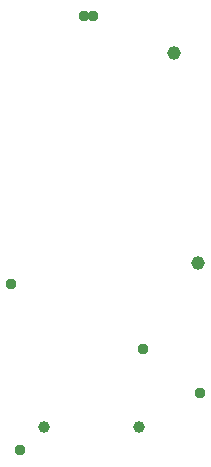
<source format=gbs>
G04 EAGLE Gerber RS-274X export*
G75*
%MOMM*%
%FSLAX34Y34*%
%LPD*%
%INBottom Solder Mask*%
%IPPOS*%
%AMOC8*
5,1,8,0,0,1.08239X$1,22.5*%
G01*
%ADD10C,1.003200*%
%ADD11C,0.959600*%
%ADD12C,1.159600*%


D10*
X125500Y48000D03*
X45500Y48000D03*
D11*
X177500Y76500D03*
X79000Y396000D03*
X17000Y169000D03*
X87000Y396000D03*
X24500Y28500D03*
D12*
X176000Y187000D03*
X155500Y364500D03*
D11*
X129000Y114000D03*
M02*

</source>
